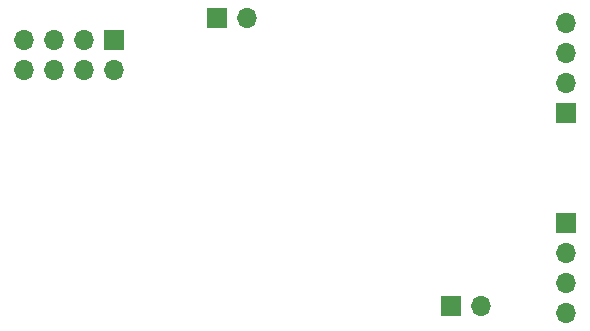
<source format=gbs>
G04 #@! TF.GenerationSoftware,KiCad,Pcbnew,8.0.4*
G04 #@! TF.CreationDate,2024-07-21T22:14:28+02:00*
G04 #@! TF.ProjectId,koyomi-keyboard-adapter,6b6f796f-6d69-42d6-9b65-79626f617264,rev?*
G04 #@! TF.SameCoordinates,Original*
G04 #@! TF.FileFunction,Soldermask,Bot*
G04 #@! TF.FilePolarity,Negative*
%FSLAX46Y46*%
G04 Gerber Fmt 4.6, Leading zero omitted, Abs format (unit mm)*
G04 Created by KiCad (PCBNEW 8.0.4) date 2024-07-21 22:14:28*
%MOMM*%
%LPD*%
G01*
G04 APERTURE LIST*
%ADD10R,1.700000X1.700000*%
%ADD11O,1.700000X1.700000*%
G04 APERTURE END LIST*
D10*
X21700000Y-15860000D03*
D11*
X21700000Y-18400000D03*
X19160000Y-15860000D03*
X19160000Y-18400000D03*
X16620000Y-15860000D03*
X16620000Y-18400000D03*
X14080000Y-15860000D03*
X14080000Y-18400000D03*
D10*
X50225000Y-38400000D03*
D11*
X52765000Y-38400000D03*
D10*
X30425000Y-14000000D03*
D11*
X32965000Y-14000000D03*
D10*
X60000000Y-31380000D03*
D11*
X60000000Y-33920000D03*
X60000000Y-36460000D03*
X60000000Y-39000000D03*
D10*
X60000000Y-22100000D03*
D11*
X60000000Y-19560000D03*
X60000000Y-17020000D03*
X60000000Y-14480000D03*
M02*

</source>
